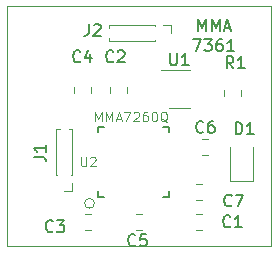
<source format=gbr>
G04 #@! TF.GenerationSoftware,KiCad,Pcbnew,5.0.0-fee4fd1~66~ubuntu16.04.1*
G04 #@! TF.CreationDate,2018-10-28T21:05:27-03:00*
G04 #@! TF.ProjectId,MMA7361,4D4D41373336312E6B696361645F7063,rev?*
G04 #@! TF.SameCoordinates,Original*
G04 #@! TF.FileFunction,Legend,Top*
G04 #@! TF.FilePolarity,Positive*
%FSLAX46Y46*%
G04 Gerber Fmt 4.6, Leading zero omitted, Abs format (unit mm)*
G04 Created by KiCad (PCBNEW 5.0.0-fee4fd1~66~ubuntu16.04.1) date Sun Oct 28 21:05:27 2018*
%MOMM*%
%LPD*%
G01*
G04 APERTURE LIST*
%ADD10C,0.200000*%
%ADD11C,0.100000*%
%ADD12C,0.127000*%
%ADD13C,0.120000*%
%ADD14C,0.050000*%
%ADD15C,0.150000*%
G04 APERTURE END LIST*
D10*
X158666666Y-80602380D02*
X158666666Y-79602380D01*
X159000000Y-80316666D01*
X159333333Y-79602380D01*
X159333333Y-80602380D01*
X159809523Y-80602380D02*
X159809523Y-79602380D01*
X160142857Y-80316666D01*
X160476190Y-79602380D01*
X160476190Y-80602380D01*
X160904761Y-80316666D02*
X161380952Y-80316666D01*
X160809523Y-80602380D02*
X161142857Y-79602380D01*
X161476190Y-80602380D01*
X158238095Y-81302380D02*
X158904761Y-81302380D01*
X158476190Y-82302380D01*
X159190476Y-81302380D02*
X159809523Y-81302380D01*
X159476190Y-81683333D01*
X159619047Y-81683333D01*
X159714285Y-81730952D01*
X159761904Y-81778571D01*
X159809523Y-81873809D01*
X159809523Y-82111904D01*
X159761904Y-82207142D01*
X159714285Y-82254761D01*
X159619047Y-82302380D01*
X159333333Y-82302380D01*
X159238095Y-82254761D01*
X159190476Y-82207142D01*
X160666666Y-81302380D02*
X160476190Y-81302380D01*
X160380952Y-81350000D01*
X160333333Y-81397619D01*
X160238095Y-81540476D01*
X160190476Y-81730952D01*
X160190476Y-82111904D01*
X160238095Y-82207142D01*
X160285714Y-82254761D01*
X160380952Y-82302380D01*
X160571428Y-82302380D01*
X160666666Y-82254761D01*
X160714285Y-82207142D01*
X160761904Y-82111904D01*
X160761904Y-81873809D01*
X160714285Y-81778571D01*
X160666666Y-81730952D01*
X160571428Y-81683333D01*
X160380952Y-81683333D01*
X160285714Y-81730952D01*
X160238095Y-81778571D01*
X160190476Y-81873809D01*
X161714285Y-82302380D02*
X161142857Y-82302380D01*
X161428571Y-82302380D02*
X161428571Y-81302380D01*
X161333333Y-81445238D01*
X161238095Y-81540476D01*
X161142857Y-81588095D01*
D11*
X142494000Y-98806000D02*
X142494000Y-78486000D01*
X164846000Y-98806000D02*
X142494000Y-98806000D01*
X164846000Y-78486000D02*
X164846000Y-98806000D01*
X142494000Y-78486000D02*
X164846000Y-78486000D01*
D12*
G04 #@! TO.C,U2*
X150662000Y-88694000D02*
X150162000Y-88694000D01*
X150162000Y-88694000D02*
X150162000Y-89194000D01*
X155662000Y-88694000D02*
X156162000Y-88694000D01*
X156162000Y-88694000D02*
X156162000Y-89194000D01*
X150162000Y-94194000D02*
X150162000Y-94694000D01*
X150162000Y-94694000D02*
X150662000Y-94694000D01*
X155662000Y-94694000D02*
X156162000Y-94694000D01*
X156162000Y-94694000D02*
X156162000Y-94194000D01*
D11*
X149874300Y-95194000D02*
G75*
G03X149874300Y-95194000I-412300J0D01*
G01*
D13*
G04 #@! TO.C,J2*
X156387000Y-80077000D02*
X156387000Y-80772000D01*
X155702000Y-80077000D02*
X156387000Y-80077000D01*
X155017000Y-81380276D02*
X155017000Y-81467000D01*
X155017000Y-80077000D02*
X155017000Y-80163724D01*
X155017000Y-81467000D02*
X151142000Y-81467000D01*
X155017000Y-80077000D02*
X151142000Y-80077000D01*
X151142000Y-81166493D02*
X151142000Y-81467000D01*
X151142000Y-80077000D02*
X151142000Y-80377507D01*
G04 #@! TO.C,J1*
X148015000Y-88912000D02*
X147714493Y-88912000D01*
X146925507Y-88912000D02*
X146625000Y-88912000D01*
X148015000Y-92787000D02*
X148015000Y-88912000D01*
X146625000Y-92787000D02*
X146625000Y-88912000D01*
X148015000Y-92787000D02*
X147928276Y-92787000D01*
X146711724Y-92787000D02*
X146625000Y-92787000D01*
X148015000Y-93472000D02*
X148015000Y-94157000D01*
X148015000Y-94157000D02*
X147320000Y-94157000D01*
G04 #@! TO.C,C7*
X158479748Y-93524000D02*
X159002252Y-93524000D01*
X158479748Y-94944000D02*
X159002252Y-94944000D01*
G04 #@! TO.C,C6*
X159005748Y-91134000D02*
X159528252Y-91134000D01*
X159005748Y-89714000D02*
X159528252Y-89714000D01*
G04 #@! TO.C,C5*
X153931252Y-97484000D02*
X153408748Y-97484000D01*
X153931252Y-96064000D02*
X153408748Y-96064000D01*
G04 #@! TO.C,C4*
X149554000Y-85850252D02*
X149554000Y-85327748D01*
X148134000Y-85850252D02*
X148134000Y-85327748D01*
G04 #@! TO.C,C3*
X149604252Y-97484000D02*
X149081748Y-97484000D01*
X149604252Y-96064000D02*
X149081748Y-96064000D01*
G04 #@! TO.C,C2*
X152602000Y-85868252D02*
X152602000Y-85345748D01*
X151182000Y-85868252D02*
X151182000Y-85345748D01*
G04 #@! TO.C,C1*
X159020252Y-97484000D02*
X158497748Y-97484000D01*
X159020252Y-96064000D02*
X158497748Y-96064000D01*
G04 #@! TO.C,D1*
X161346000Y-90431000D02*
X161346000Y-93291000D01*
X161346000Y-93291000D02*
X163266000Y-93291000D01*
X163266000Y-93291000D02*
X163266000Y-90431000D01*
G04 #@! TO.C,U1*
X156152000Y-87142000D02*
X157952000Y-87142000D01*
X157952000Y-83922000D02*
X155502000Y-83922000D01*
G04 #@! TO.C,R1*
X160834000Y-86122252D02*
X160834000Y-85599748D01*
X162254000Y-86122252D02*
X162254000Y-85599748D01*
G04 #@! TD*
G04 #@! TO.C,U2*
D14*
X148741264Y-91255033D02*
X148741264Y-91903940D01*
X148779435Y-91980282D01*
X148817606Y-92018453D01*
X148893948Y-92056624D01*
X149046632Y-92056624D01*
X149122974Y-92018453D01*
X149161145Y-91980282D01*
X149199316Y-91903940D01*
X149199316Y-91255033D01*
X149542855Y-91331375D02*
X149581026Y-91293204D01*
X149657368Y-91255033D01*
X149848223Y-91255033D01*
X149924565Y-91293204D01*
X149962736Y-91331375D01*
X150000907Y-91407717D01*
X150000907Y-91484059D01*
X149962736Y-91598572D01*
X149504684Y-92056624D01*
X150000907Y-92056624D01*
X149949602Y-88256250D02*
X149949602Y-87455486D01*
X150216523Y-88027460D01*
X150483444Y-87455486D01*
X150483444Y-88256250D01*
X150864760Y-88256250D02*
X150864760Y-87455486D01*
X151131682Y-88027460D01*
X151398603Y-87455486D01*
X151398603Y-88256250D01*
X151741788Y-88027460D02*
X152123104Y-88027460D01*
X151665524Y-88256250D02*
X151932446Y-87455486D01*
X152199367Y-88256250D01*
X152390025Y-87455486D02*
X152923868Y-87455486D01*
X152580683Y-88256250D01*
X153190789Y-87531749D02*
X153228921Y-87493618D01*
X153305184Y-87455486D01*
X153495842Y-87455486D01*
X153572105Y-87493618D01*
X153610237Y-87531749D01*
X153648369Y-87608012D01*
X153648369Y-87684276D01*
X153610237Y-87798670D01*
X153152658Y-88256250D01*
X153648369Y-88256250D01*
X154334738Y-87455486D02*
X154182211Y-87455486D01*
X154105948Y-87493618D01*
X154067816Y-87531749D01*
X153991553Y-87646144D01*
X153953422Y-87798670D01*
X153953422Y-88103723D01*
X153991553Y-88179987D01*
X154029685Y-88218118D01*
X154105948Y-88256250D01*
X154258475Y-88256250D01*
X154334738Y-88218118D01*
X154372869Y-88179987D01*
X154411001Y-88103723D01*
X154411001Y-87913065D01*
X154372869Y-87836802D01*
X154334738Y-87798670D01*
X154258475Y-87760539D01*
X154105948Y-87760539D01*
X154029685Y-87798670D01*
X153991553Y-87836802D01*
X153953422Y-87913065D01*
X154906712Y-87455486D02*
X154982975Y-87455486D01*
X155059239Y-87493618D01*
X155097370Y-87531749D01*
X155135502Y-87608012D01*
X155173633Y-87760539D01*
X155173633Y-87951197D01*
X155135502Y-88103723D01*
X155097370Y-88179987D01*
X155059239Y-88218118D01*
X154982975Y-88256250D01*
X154906712Y-88256250D01*
X154830449Y-88218118D01*
X154792317Y-88179987D01*
X154754186Y-88103723D01*
X154716054Y-87951197D01*
X154716054Y-87760539D01*
X154754186Y-87608012D01*
X154792317Y-87531749D01*
X154830449Y-87493618D01*
X154906712Y-87455486D01*
X156050661Y-88332513D02*
X155974397Y-88294382D01*
X155898134Y-88218118D01*
X155783739Y-88103723D01*
X155707476Y-88065592D01*
X155631213Y-88065592D01*
X155669344Y-88256250D02*
X155593081Y-88218118D01*
X155516818Y-88141855D01*
X155478686Y-87989329D01*
X155478686Y-87722407D01*
X155516818Y-87569881D01*
X155593081Y-87493618D01*
X155669344Y-87455486D01*
X155821871Y-87455486D01*
X155898134Y-87493618D01*
X155974397Y-87569881D01*
X156012529Y-87722407D01*
X156012529Y-87989329D01*
X155974397Y-88141855D01*
X155898134Y-88218118D01*
X155821871Y-88256250D01*
X155669344Y-88256250D01*
G04 #@! TO.C,J2*
D15*
X149399666Y-80033880D02*
X149399666Y-80748166D01*
X149352047Y-80891023D01*
X149256809Y-80986261D01*
X149113952Y-81033880D01*
X149018714Y-81033880D01*
X149828238Y-80129119D02*
X149875857Y-80081500D01*
X149971095Y-80033880D01*
X150209190Y-80033880D01*
X150304428Y-80081500D01*
X150352047Y-80129119D01*
X150399666Y-80224357D01*
X150399666Y-80319595D01*
X150352047Y-80462452D01*
X149780619Y-81033880D01*
X150399666Y-81033880D01*
G04 #@! TO.C,J1*
X144740380Y-91265333D02*
X145454666Y-91265333D01*
X145597523Y-91312952D01*
X145692761Y-91408190D01*
X145740380Y-91551047D01*
X145740380Y-91646285D01*
X145740380Y-90265333D02*
X145740380Y-90836761D01*
X145740380Y-90551047D02*
X144740380Y-90551047D01*
X144883238Y-90646285D01*
X144978476Y-90741523D01*
X145026095Y-90836761D01*
G04 #@! TO.C,C7*
X161494173Y-95360762D02*
X161446554Y-95408381D01*
X161303697Y-95456000D01*
X161208459Y-95456000D01*
X161065601Y-95408381D01*
X160970363Y-95313143D01*
X160922744Y-95217905D01*
X160875125Y-95027429D01*
X160875125Y-94884572D01*
X160922744Y-94694096D01*
X160970363Y-94598858D01*
X161065601Y-94503620D01*
X161208459Y-94456000D01*
X161303697Y-94456000D01*
X161446554Y-94503620D01*
X161494173Y-94551239D01*
X161827506Y-94456000D02*
X162494173Y-94456000D01*
X162065601Y-95456000D01*
G04 #@! TO.C,C6*
X159100333Y-89131142D02*
X159052714Y-89178761D01*
X158909857Y-89226380D01*
X158814619Y-89226380D01*
X158671761Y-89178761D01*
X158576523Y-89083523D01*
X158528904Y-88988285D01*
X158481285Y-88797809D01*
X158481285Y-88654952D01*
X158528904Y-88464476D01*
X158576523Y-88369238D01*
X158671761Y-88274000D01*
X158814619Y-88226380D01*
X158909857Y-88226380D01*
X159052714Y-88274000D01*
X159100333Y-88321619D01*
X159957476Y-88226380D02*
X159767000Y-88226380D01*
X159671761Y-88274000D01*
X159624142Y-88321619D01*
X159528904Y-88464476D01*
X159481285Y-88654952D01*
X159481285Y-89035904D01*
X159528904Y-89131142D01*
X159576523Y-89178761D01*
X159671761Y-89226380D01*
X159862238Y-89226380D01*
X159957476Y-89178761D01*
X160005095Y-89131142D01*
X160052714Y-89035904D01*
X160052714Y-88797809D01*
X160005095Y-88702571D01*
X159957476Y-88654952D01*
X159862238Y-88607333D01*
X159671761Y-88607333D01*
X159576523Y-88654952D01*
X159528904Y-88702571D01*
X159481285Y-88797809D01*
G04 #@! TO.C,C5*
X153350933Y-98721182D02*
X153303314Y-98768801D01*
X153160457Y-98816420D01*
X153065219Y-98816420D01*
X152922361Y-98768801D01*
X152827123Y-98673563D01*
X152779504Y-98578325D01*
X152731885Y-98387849D01*
X152731885Y-98244992D01*
X152779504Y-98054516D01*
X152827123Y-97959278D01*
X152922361Y-97864040D01*
X153065219Y-97816420D01*
X153160457Y-97816420D01*
X153303314Y-97864040D01*
X153350933Y-97911659D01*
X154255695Y-97816420D02*
X153779504Y-97816420D01*
X153731885Y-98292611D01*
X153779504Y-98244992D01*
X153874742Y-98197373D01*
X154112838Y-98197373D01*
X154208076Y-98244992D01*
X154255695Y-98292611D01*
X154303314Y-98387849D01*
X154303314Y-98625944D01*
X154255695Y-98721182D01*
X154208076Y-98768801D01*
X154112838Y-98816420D01*
X153874742Y-98816420D01*
X153779504Y-98768801D01*
X153731885Y-98721182D01*
G04 #@! TO.C,C4*
X148677333Y-83161142D02*
X148629714Y-83208761D01*
X148486857Y-83256380D01*
X148391619Y-83256380D01*
X148248761Y-83208761D01*
X148153523Y-83113523D01*
X148105904Y-83018285D01*
X148058285Y-82827809D01*
X148058285Y-82684952D01*
X148105904Y-82494476D01*
X148153523Y-82399238D01*
X148248761Y-82304000D01*
X148391619Y-82256380D01*
X148486857Y-82256380D01*
X148629714Y-82304000D01*
X148677333Y-82351619D01*
X149534476Y-82589714D02*
X149534476Y-83256380D01*
X149296380Y-82208761D02*
X149058285Y-82923047D01*
X149677333Y-82923047D01*
G04 #@! TO.C,C3*
X146355773Y-97540082D02*
X146308154Y-97587701D01*
X146165297Y-97635320D01*
X146070059Y-97635320D01*
X145927201Y-97587701D01*
X145831963Y-97492463D01*
X145784344Y-97397225D01*
X145736725Y-97206749D01*
X145736725Y-97063892D01*
X145784344Y-96873416D01*
X145831963Y-96778178D01*
X145927201Y-96682940D01*
X146070059Y-96635320D01*
X146165297Y-96635320D01*
X146308154Y-96682940D01*
X146355773Y-96730559D01*
X146689106Y-96635320D02*
X147308154Y-96635320D01*
X146974820Y-97016273D01*
X147117678Y-97016273D01*
X147212916Y-97063892D01*
X147260535Y-97111511D01*
X147308154Y-97206749D01*
X147308154Y-97444844D01*
X147260535Y-97540082D01*
X147212916Y-97587701D01*
X147117678Y-97635320D01*
X146831963Y-97635320D01*
X146736725Y-97587701D01*
X146689106Y-97540082D01*
G04 #@! TO.C,C2*
X151471333Y-83161142D02*
X151423714Y-83208761D01*
X151280857Y-83256380D01*
X151185619Y-83256380D01*
X151042761Y-83208761D01*
X150947523Y-83113523D01*
X150899904Y-83018285D01*
X150852285Y-82827809D01*
X150852285Y-82684952D01*
X150899904Y-82494476D01*
X150947523Y-82399238D01*
X151042761Y-82304000D01*
X151185619Y-82256380D01*
X151280857Y-82256380D01*
X151423714Y-82304000D01*
X151471333Y-82351619D01*
X151852285Y-82351619D02*
X151899904Y-82304000D01*
X151995142Y-82256380D01*
X152233238Y-82256380D01*
X152328476Y-82304000D01*
X152376095Y-82351619D01*
X152423714Y-82446857D01*
X152423714Y-82542095D01*
X152376095Y-82684952D01*
X151804666Y-83256380D01*
X152423714Y-83256380D01*
G04 #@! TO.C,C1*
X161395333Y-97131142D02*
X161347714Y-97178761D01*
X161204857Y-97226380D01*
X161109619Y-97226380D01*
X160966761Y-97178761D01*
X160871523Y-97083523D01*
X160823904Y-96988285D01*
X160776285Y-96797809D01*
X160776285Y-96654952D01*
X160823904Y-96464476D01*
X160871523Y-96369238D01*
X160966761Y-96274000D01*
X161109619Y-96226380D01*
X161204857Y-96226380D01*
X161347714Y-96274000D01*
X161395333Y-96321619D01*
X162347714Y-97226380D02*
X161776285Y-97226380D01*
X162062000Y-97226380D02*
X162062000Y-96226380D01*
X161966761Y-96369238D01*
X161871523Y-96464476D01*
X161776285Y-96512095D01*
G04 #@! TO.C,D1*
X161821904Y-89352380D02*
X161821904Y-88352380D01*
X162060000Y-88352380D01*
X162202857Y-88400000D01*
X162298095Y-88495238D01*
X162345714Y-88590476D01*
X162393333Y-88780952D01*
X162393333Y-88923809D01*
X162345714Y-89114285D01*
X162298095Y-89209523D01*
X162202857Y-89304761D01*
X162060000Y-89352380D01*
X161821904Y-89352380D01*
X163345714Y-89352380D02*
X162774285Y-89352380D01*
X163060000Y-89352380D02*
X163060000Y-88352380D01*
X162964761Y-88495238D01*
X162869523Y-88590476D01*
X162774285Y-88638095D01*
G04 #@! TO.C,U1*
X156290095Y-82510380D02*
X156290095Y-83319904D01*
X156337714Y-83415142D01*
X156385333Y-83462761D01*
X156480571Y-83510380D01*
X156671047Y-83510380D01*
X156766285Y-83462761D01*
X156813904Y-83415142D01*
X156861523Y-83319904D01*
X156861523Y-82510380D01*
X157861523Y-83510380D02*
X157290095Y-83510380D01*
X157575809Y-83510380D02*
X157575809Y-82510380D01*
X157480571Y-82653238D01*
X157385333Y-82748476D01*
X157290095Y-82796095D01*
G04 #@! TO.C,R1*
X161631333Y-83764380D02*
X161298000Y-83288190D01*
X161059904Y-83764380D02*
X161059904Y-82764380D01*
X161440857Y-82764380D01*
X161536095Y-82812000D01*
X161583714Y-82859619D01*
X161631333Y-82954857D01*
X161631333Y-83097714D01*
X161583714Y-83192952D01*
X161536095Y-83240571D01*
X161440857Y-83288190D01*
X161059904Y-83288190D01*
X162583714Y-83764380D02*
X162012285Y-83764380D01*
X162298000Y-83764380D02*
X162298000Y-82764380D01*
X162202761Y-82907238D01*
X162107523Y-83002476D01*
X162012285Y-83050095D01*
G04 #@! TD*
M02*

</source>
